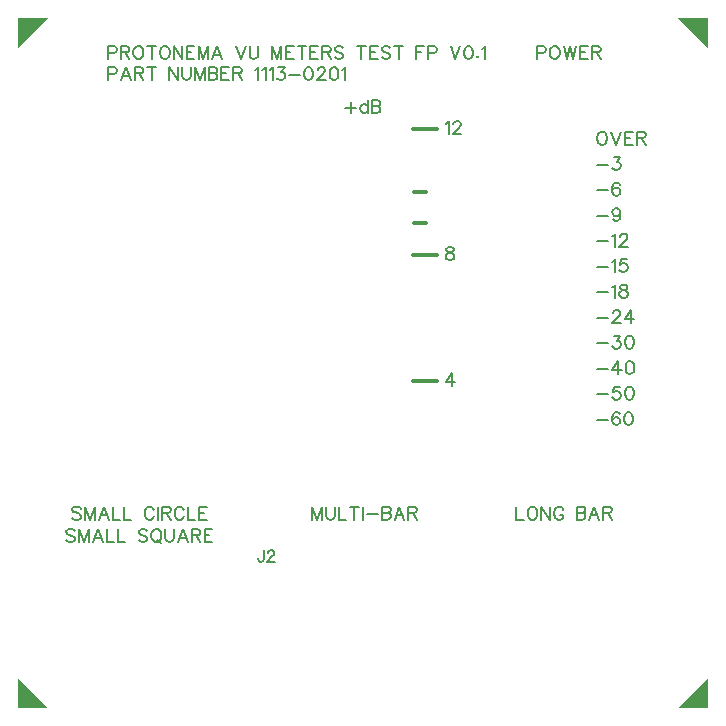
<source format=gto>
G04 Layer: TopSilkscreenLayer*
G04 EasyEDA v6.5.34, 2023-08-21 18:11:39*
G04 4ca8e21f01384ce798355673ebdf27e8,5a6b42c53f6a479593ecc07194224c93,10*
G04 Gerber Generator version 0.2*
G04 Scale: 100 percent, Rotated: No, Reflected: No *
G04 Dimensions in millimeters *
G04 leading zeros omitted , absolute positions ,4 integer and 5 decimal *
%FSLAX45Y45*%
%MOMM*%

%ADD10C,0.1524*%
%ADD11C,0.3000*%

%LPD*%
D10*
X761992Y5601759D02*
G01*
X761992Y5492539D01*
X761992Y5601759D02*
G01*
X808728Y5601759D01*
X824222Y5596425D01*
X829556Y5591345D01*
X834636Y5580931D01*
X834636Y5565437D01*
X829556Y5555023D01*
X824222Y5549689D01*
X808728Y5544609D01*
X761992Y5544609D01*
X868926Y5601759D02*
G01*
X868926Y5492539D01*
X868926Y5601759D02*
G01*
X915662Y5601759D01*
X931410Y5596425D01*
X936490Y5591345D01*
X941824Y5580931D01*
X941824Y5570517D01*
X936490Y5560103D01*
X931410Y5555023D01*
X915662Y5549689D01*
X868926Y5549689D01*
X905502Y5549689D02*
G01*
X941824Y5492539D01*
X1007102Y5601759D02*
G01*
X996942Y5596425D01*
X986528Y5586265D01*
X981194Y5575851D01*
X976114Y5560103D01*
X976114Y5534195D01*
X981194Y5518701D01*
X986528Y5508287D01*
X996942Y5497873D01*
X1007102Y5492539D01*
X1027930Y5492539D01*
X1038344Y5497873D01*
X1048758Y5508287D01*
X1054092Y5518701D01*
X1059172Y5534195D01*
X1059172Y5560103D01*
X1054092Y5575851D01*
X1048758Y5586265D01*
X1038344Y5596425D01*
X1027930Y5601759D01*
X1007102Y5601759D01*
X1129784Y5601759D02*
G01*
X1129784Y5492539D01*
X1093462Y5601759D02*
G01*
X1166106Y5601759D01*
X1231638Y5601759D02*
G01*
X1221224Y5596425D01*
X1210810Y5586265D01*
X1205730Y5575851D01*
X1200396Y5560103D01*
X1200396Y5534195D01*
X1205730Y5518701D01*
X1210810Y5508287D01*
X1221224Y5497873D01*
X1231638Y5492539D01*
X1252466Y5492539D01*
X1262880Y5497873D01*
X1273294Y5508287D01*
X1278374Y5518701D01*
X1283708Y5534195D01*
X1283708Y5560103D01*
X1278374Y5575851D01*
X1273294Y5586265D01*
X1262880Y5596425D01*
X1252466Y5601759D01*
X1231638Y5601759D01*
X1317998Y5601759D02*
G01*
X1317998Y5492539D01*
X1317998Y5601759D02*
G01*
X1390642Y5492539D01*
X1390642Y5601759D02*
G01*
X1390642Y5492539D01*
X1424932Y5601759D02*
G01*
X1424932Y5492539D01*
X1424932Y5601759D02*
G01*
X1492496Y5601759D01*
X1424932Y5549689D02*
G01*
X1466588Y5549689D01*
X1424932Y5492539D02*
G01*
X1492496Y5492539D01*
X1526786Y5601759D02*
G01*
X1526786Y5492539D01*
X1526786Y5601759D02*
G01*
X1568442Y5492539D01*
X1609844Y5601759D02*
G01*
X1568442Y5492539D01*
X1609844Y5601759D02*
G01*
X1609844Y5492539D01*
X1685790Y5601759D02*
G01*
X1644134Y5492539D01*
X1685790Y5601759D02*
G01*
X1727192Y5492539D01*
X1659882Y5529115D02*
G01*
X1711698Y5529115D01*
X1841492Y5601759D02*
G01*
X1883148Y5492539D01*
X1924804Y5601759D02*
G01*
X1883148Y5492539D01*
X1959094Y5601759D02*
G01*
X1959094Y5523781D01*
X1964174Y5508287D01*
X1974588Y5497873D01*
X1990082Y5492539D01*
X2000496Y5492539D01*
X2016244Y5497873D01*
X2026658Y5508287D01*
X2031738Y5523781D01*
X2031738Y5601759D01*
X2146038Y5601759D02*
G01*
X2146038Y5492539D01*
X2146038Y5601759D02*
G01*
X2187694Y5492539D01*
X2229096Y5601759D02*
G01*
X2187694Y5492539D01*
X2229096Y5601759D02*
G01*
X2229096Y5492539D01*
X2263386Y5601759D02*
G01*
X2263386Y5492539D01*
X2263386Y5601759D02*
G01*
X2330950Y5601759D01*
X2263386Y5549689D02*
G01*
X2305042Y5549689D01*
X2263386Y5492539D02*
G01*
X2330950Y5492539D01*
X2401562Y5601759D02*
G01*
X2401562Y5492539D01*
X2365240Y5601759D02*
G01*
X2438138Y5601759D01*
X2472428Y5601759D02*
G01*
X2472428Y5492539D01*
X2472428Y5601759D02*
G01*
X2539992Y5601759D01*
X2472428Y5549689D02*
G01*
X2513830Y5549689D01*
X2472428Y5492539D02*
G01*
X2539992Y5492539D01*
X2574282Y5601759D02*
G01*
X2574282Y5492539D01*
X2574282Y5601759D02*
G01*
X2621018Y5601759D01*
X2636512Y5596425D01*
X2641592Y5591345D01*
X2646926Y5580931D01*
X2646926Y5570517D01*
X2641592Y5560103D01*
X2636512Y5555023D01*
X2621018Y5549689D01*
X2574282Y5549689D01*
X2610604Y5549689D02*
G01*
X2646926Y5492539D01*
X2753860Y5586265D02*
G01*
X2743446Y5596425D01*
X2727952Y5601759D01*
X2707124Y5601759D01*
X2691630Y5596425D01*
X2681216Y5586265D01*
X2681216Y5575851D01*
X2686296Y5565437D01*
X2691630Y5560103D01*
X2702044Y5555023D01*
X2733032Y5544609D01*
X2743446Y5539275D01*
X2748780Y5534195D01*
X2753860Y5523781D01*
X2753860Y5508287D01*
X2743446Y5497873D01*
X2727952Y5492539D01*
X2707124Y5492539D01*
X2691630Y5497873D01*
X2681216Y5508287D01*
X2904482Y5601759D02*
G01*
X2904482Y5492539D01*
X2868160Y5601759D02*
G01*
X2941058Y5601759D01*
X2975348Y5601759D02*
G01*
X2975348Y5492539D01*
X2975348Y5601759D02*
G01*
X3042912Y5601759D01*
X2975348Y5549689D02*
G01*
X3016750Y5549689D01*
X2975348Y5492539D02*
G01*
X3042912Y5492539D01*
X3149846Y5586265D02*
G01*
X3139432Y5596425D01*
X3123938Y5601759D01*
X3103110Y5601759D01*
X3087362Y5596425D01*
X3077202Y5586265D01*
X3077202Y5575851D01*
X3082282Y5565437D01*
X3087362Y5560103D01*
X3097776Y5555023D01*
X3129018Y5544609D01*
X3139432Y5539275D01*
X3144512Y5534195D01*
X3149846Y5523781D01*
X3149846Y5508287D01*
X3139432Y5497873D01*
X3123938Y5492539D01*
X3103110Y5492539D01*
X3087362Y5497873D01*
X3077202Y5508287D01*
X3220458Y5601759D02*
G01*
X3220458Y5492539D01*
X3184136Y5601759D02*
G01*
X3256780Y5601759D01*
X3371080Y5601759D02*
G01*
X3371080Y5492539D01*
X3371080Y5601759D02*
G01*
X3438644Y5601759D01*
X3371080Y5549689D02*
G01*
X3412736Y5549689D01*
X3472934Y5601759D02*
G01*
X3472934Y5492539D01*
X3472934Y5601759D02*
G01*
X3519670Y5601759D01*
X3535418Y5596425D01*
X3540498Y5591345D01*
X3545832Y5580931D01*
X3545832Y5565437D01*
X3540498Y5555023D01*
X3535418Y5549689D01*
X3519670Y5544609D01*
X3472934Y5544609D01*
X3660132Y5601759D02*
G01*
X3701534Y5492539D01*
X3743190Y5601759D02*
G01*
X3701534Y5492539D01*
X3808722Y5601759D02*
G01*
X3792974Y5596425D01*
X3782560Y5580931D01*
X3777480Y5555023D01*
X3777480Y5539275D01*
X3782560Y5513367D01*
X3792974Y5497873D01*
X3808722Y5492539D01*
X3818882Y5492539D01*
X3834630Y5497873D01*
X3845044Y5513367D01*
X3850124Y5539275D01*
X3850124Y5555023D01*
X3845044Y5580931D01*
X3834630Y5596425D01*
X3818882Y5601759D01*
X3808722Y5601759D01*
X3889748Y5518701D02*
G01*
X3884414Y5513367D01*
X3889748Y5508287D01*
X3894828Y5513367D01*
X3889748Y5518701D01*
X3929118Y5580931D02*
G01*
X3939532Y5586265D01*
X3955026Y5601759D01*
X3955026Y5492539D01*
X761992Y5423959D02*
G01*
X761992Y5314739D01*
X761992Y5423959D02*
G01*
X808728Y5423959D01*
X824222Y5418625D01*
X829556Y5413545D01*
X834636Y5403131D01*
X834636Y5387637D01*
X829556Y5377223D01*
X824222Y5371889D01*
X808728Y5366809D01*
X761992Y5366809D01*
X910582Y5423959D02*
G01*
X868926Y5314739D01*
X910582Y5423959D02*
G01*
X952238Y5314739D01*
X884674Y5351315D02*
G01*
X936490Y5351315D01*
X986528Y5423959D02*
G01*
X986528Y5314739D01*
X986528Y5423959D02*
G01*
X1033264Y5423959D01*
X1048758Y5418625D01*
X1054092Y5413545D01*
X1059172Y5403131D01*
X1059172Y5392717D01*
X1054092Y5382303D01*
X1048758Y5377223D01*
X1033264Y5371889D01*
X986528Y5371889D01*
X1022850Y5371889D02*
G01*
X1059172Y5314739D01*
X1129784Y5423959D02*
G01*
X1129784Y5314739D01*
X1093462Y5423959D02*
G01*
X1166106Y5423959D01*
X1280406Y5423959D02*
G01*
X1280406Y5314739D01*
X1280406Y5423959D02*
G01*
X1353304Y5314739D01*
X1353304Y5423959D02*
G01*
X1353304Y5314739D01*
X1387594Y5423959D02*
G01*
X1387594Y5345981D01*
X1392674Y5330487D01*
X1403088Y5320073D01*
X1418582Y5314739D01*
X1428996Y5314739D01*
X1444744Y5320073D01*
X1455158Y5330487D01*
X1460238Y5345981D01*
X1460238Y5423959D01*
X1494528Y5423959D02*
G01*
X1494528Y5314739D01*
X1494528Y5423959D02*
G01*
X1536184Y5314739D01*
X1577586Y5423959D02*
G01*
X1536184Y5314739D01*
X1577586Y5423959D02*
G01*
X1577586Y5314739D01*
X1611876Y5423959D02*
G01*
X1611876Y5314739D01*
X1611876Y5423959D02*
G01*
X1658612Y5423959D01*
X1674360Y5418625D01*
X1679440Y5413545D01*
X1684774Y5403131D01*
X1684774Y5392717D01*
X1679440Y5382303D01*
X1674360Y5377223D01*
X1658612Y5371889D01*
X1611876Y5371889D02*
G01*
X1658612Y5371889D01*
X1674360Y5366809D01*
X1679440Y5361475D01*
X1684774Y5351315D01*
X1684774Y5335567D01*
X1679440Y5325153D01*
X1674360Y5320073D01*
X1658612Y5314739D01*
X1611876Y5314739D01*
X1719064Y5423959D02*
G01*
X1719064Y5314739D01*
X1719064Y5423959D02*
G01*
X1786628Y5423959D01*
X1719064Y5371889D02*
G01*
X1760466Y5371889D01*
X1719064Y5314739D02*
G01*
X1786628Y5314739D01*
X1820918Y5423959D02*
G01*
X1820918Y5314739D01*
X1820918Y5423959D02*
G01*
X1867654Y5423959D01*
X1883148Y5418625D01*
X1888482Y5413545D01*
X1893562Y5403131D01*
X1893562Y5392717D01*
X1888482Y5382303D01*
X1883148Y5377223D01*
X1867654Y5371889D01*
X1820918Y5371889D01*
X1857240Y5371889D02*
G01*
X1893562Y5314739D01*
X2007862Y5403131D02*
G01*
X2018276Y5408465D01*
X2033770Y5423959D01*
X2033770Y5314739D01*
X2068060Y5403131D02*
G01*
X2078474Y5408465D01*
X2094222Y5423959D01*
X2094222Y5314739D01*
X2128512Y5403131D02*
G01*
X2138672Y5408465D01*
X2154420Y5423959D01*
X2154420Y5314739D01*
X2199124Y5423959D02*
G01*
X2256274Y5423959D01*
X2225032Y5382303D01*
X2240526Y5382303D01*
X2250940Y5377223D01*
X2256274Y5371889D01*
X2261354Y5356395D01*
X2261354Y5345981D01*
X2256274Y5330487D01*
X2245860Y5320073D01*
X2230112Y5314739D01*
X2214618Y5314739D01*
X2199124Y5320073D01*
X2193790Y5325153D01*
X2188710Y5335567D01*
X2295644Y5361475D02*
G01*
X2389116Y5361475D01*
X2454648Y5423959D02*
G01*
X2439154Y5418625D01*
X2428740Y5403131D01*
X2423406Y5377223D01*
X2423406Y5361475D01*
X2428740Y5335567D01*
X2439154Y5320073D01*
X2454648Y5314739D01*
X2465062Y5314739D01*
X2480556Y5320073D01*
X2490970Y5335567D01*
X2496304Y5361475D01*
X2496304Y5377223D01*
X2490970Y5403131D01*
X2480556Y5418625D01*
X2465062Y5423959D01*
X2454648Y5423959D01*
X2535674Y5398051D02*
G01*
X2535674Y5403131D01*
X2541008Y5413545D01*
X2546088Y5418625D01*
X2556502Y5423959D01*
X2577330Y5423959D01*
X2587744Y5418625D01*
X2592824Y5413545D01*
X2598158Y5403131D01*
X2598158Y5392717D01*
X2592824Y5382303D01*
X2582410Y5366809D01*
X2530594Y5314739D01*
X2603238Y5314739D01*
X2668770Y5423959D02*
G01*
X2653022Y5418625D01*
X2642862Y5403131D01*
X2637528Y5377223D01*
X2637528Y5361475D01*
X2642862Y5335567D01*
X2653022Y5320073D01*
X2668770Y5314739D01*
X2679184Y5314739D01*
X2694678Y5320073D01*
X2705092Y5335567D01*
X2710172Y5361475D01*
X2710172Y5377223D01*
X2705092Y5403131D01*
X2694678Y5418625D01*
X2679184Y5423959D01*
X2668770Y5423959D01*
X2744462Y5403131D02*
G01*
X2754876Y5408465D01*
X2770624Y5423959D01*
X2770624Y5314739D01*
X4394192Y5601708D02*
G01*
X4394192Y5492742D01*
X4394192Y5601708D02*
G01*
X4440928Y5601708D01*
X4456422Y5596628D01*
X4461756Y5591294D01*
X4466836Y5580880D01*
X4466836Y5565386D01*
X4461756Y5554972D01*
X4456422Y5549892D01*
X4440928Y5544558D01*
X4394192Y5544558D01*
X4532368Y5601708D02*
G01*
X4521954Y5596628D01*
X4511540Y5586214D01*
X4506460Y5575800D01*
X4501126Y5560052D01*
X4501126Y5534144D01*
X4506460Y5518650D01*
X4511540Y5508236D01*
X4521954Y5497822D01*
X4532368Y5492742D01*
X4553196Y5492742D01*
X4563610Y5497822D01*
X4574024Y5508236D01*
X4579104Y5518650D01*
X4584438Y5534144D01*
X4584438Y5560052D01*
X4579104Y5575800D01*
X4574024Y5586214D01*
X4563610Y5596628D01*
X4553196Y5601708D01*
X4532368Y5601708D01*
X4618728Y5601708D02*
G01*
X4644636Y5492742D01*
X4670544Y5601708D02*
G01*
X4644636Y5492742D01*
X4670544Y5601708D02*
G01*
X4696452Y5492742D01*
X4722614Y5601708D02*
G01*
X4696452Y5492742D01*
X4756904Y5601708D02*
G01*
X4756904Y5492742D01*
X4756904Y5601708D02*
G01*
X4824468Y5601708D01*
X4756904Y5549892D02*
G01*
X4798306Y5549892D01*
X4756904Y5492742D02*
G01*
X4824468Y5492742D01*
X4858758Y5601708D02*
G01*
X4858758Y5492742D01*
X4858758Y5601708D02*
G01*
X4905494Y5601708D01*
X4920988Y5596628D01*
X4926322Y5591294D01*
X4931402Y5580880D01*
X4931402Y5570466D01*
X4926322Y5560052D01*
X4920988Y5554972D01*
X4905494Y5549892D01*
X4858758Y5549892D01*
X4895080Y5549892D02*
G01*
X4931402Y5492742D01*
X529838Y1687365D02*
G01*
X519424Y1697525D01*
X503930Y1702859D01*
X483102Y1702859D01*
X467608Y1697525D01*
X457194Y1687365D01*
X457194Y1676951D01*
X462274Y1666537D01*
X467608Y1661203D01*
X478022Y1656123D01*
X509264Y1645709D01*
X519424Y1640375D01*
X524758Y1635295D01*
X529838Y1624881D01*
X529838Y1609387D01*
X519424Y1598973D01*
X503930Y1593639D01*
X483102Y1593639D01*
X467608Y1598973D01*
X457194Y1609387D01*
X564128Y1702859D02*
G01*
X564128Y1593639D01*
X564128Y1702859D02*
G01*
X605784Y1593639D01*
X647440Y1702859D02*
G01*
X605784Y1593639D01*
X647440Y1702859D02*
G01*
X647440Y1593639D01*
X723132Y1702859D02*
G01*
X681730Y1593639D01*
X723132Y1702859D02*
G01*
X764788Y1593639D01*
X697224Y1630215D02*
G01*
X749294Y1630215D01*
X799078Y1702859D02*
G01*
X799078Y1593639D01*
X799078Y1593639D02*
G01*
X861308Y1593639D01*
X895598Y1702859D02*
G01*
X895598Y1593639D01*
X895598Y1593639D02*
G01*
X958082Y1593639D01*
X1150360Y1676951D02*
G01*
X1145026Y1687365D01*
X1134612Y1697525D01*
X1124198Y1702859D01*
X1103624Y1702859D01*
X1093210Y1697525D01*
X1082796Y1687365D01*
X1077462Y1676951D01*
X1072382Y1661203D01*
X1072382Y1635295D01*
X1077462Y1619801D01*
X1082796Y1609387D01*
X1093210Y1598973D01*
X1103624Y1593639D01*
X1124198Y1593639D01*
X1134612Y1598973D01*
X1145026Y1609387D01*
X1150360Y1619801D01*
X1184650Y1702859D02*
G01*
X1184650Y1593639D01*
X1218940Y1702859D02*
G01*
X1218940Y1593639D01*
X1218940Y1702859D02*
G01*
X1265676Y1702859D01*
X1281170Y1697525D01*
X1286504Y1692445D01*
X1291584Y1682031D01*
X1291584Y1671617D01*
X1286504Y1661203D01*
X1281170Y1656123D01*
X1265676Y1650789D01*
X1218940Y1650789D01*
X1255262Y1650789D02*
G01*
X1291584Y1593639D01*
X1403852Y1676951D02*
G01*
X1398518Y1687365D01*
X1388104Y1697525D01*
X1377944Y1702859D01*
X1357116Y1702859D01*
X1346702Y1697525D01*
X1336288Y1687365D01*
X1330954Y1676951D01*
X1325874Y1661203D01*
X1325874Y1635295D01*
X1330954Y1619801D01*
X1336288Y1609387D01*
X1346702Y1598973D01*
X1357116Y1593639D01*
X1377944Y1593639D01*
X1388104Y1598973D01*
X1398518Y1609387D01*
X1403852Y1619801D01*
X1438142Y1702859D02*
G01*
X1438142Y1593639D01*
X1438142Y1593639D02*
G01*
X1500372Y1593639D01*
X1534662Y1702859D02*
G01*
X1534662Y1593639D01*
X1534662Y1702859D02*
G01*
X1602226Y1702859D01*
X1534662Y1650789D02*
G01*
X1576318Y1650789D01*
X1534662Y1593639D02*
G01*
X1602226Y1593639D01*
X2489187Y1702859D02*
G01*
X2489187Y1593639D01*
X2489187Y1702859D02*
G01*
X2530843Y1593639D01*
X2572245Y1702859D02*
G01*
X2530843Y1593639D01*
X2572245Y1702859D02*
G01*
X2572245Y1593639D01*
X2606535Y1702859D02*
G01*
X2606535Y1624881D01*
X2611869Y1609387D01*
X2622283Y1598973D01*
X2637777Y1593639D01*
X2648191Y1593639D01*
X2663685Y1598973D01*
X2674099Y1609387D01*
X2679433Y1624881D01*
X2679433Y1702859D01*
X2713723Y1702859D02*
G01*
X2713723Y1593639D01*
X2713723Y1593639D02*
G01*
X2775953Y1593639D01*
X2846565Y1702859D02*
G01*
X2846565Y1593639D01*
X2810243Y1702859D02*
G01*
X2882887Y1702859D01*
X2917177Y1702859D02*
G01*
X2917177Y1593639D01*
X2951467Y1640375D02*
G01*
X3045193Y1640375D01*
X3079483Y1702859D02*
G01*
X3079483Y1593639D01*
X3079483Y1702859D02*
G01*
X3126219Y1702859D01*
X3141713Y1697525D01*
X3147047Y1692445D01*
X3152127Y1682031D01*
X3152127Y1671617D01*
X3147047Y1661203D01*
X3141713Y1656123D01*
X3126219Y1650789D01*
X3079483Y1650789D02*
G01*
X3126219Y1650789D01*
X3141713Y1645709D01*
X3147047Y1640375D01*
X3152127Y1630215D01*
X3152127Y1614467D01*
X3147047Y1604053D01*
X3141713Y1598973D01*
X3126219Y1593639D01*
X3079483Y1593639D01*
X3228073Y1702859D02*
G01*
X3186417Y1593639D01*
X3228073Y1702859D02*
G01*
X3269475Y1593639D01*
X3201911Y1630215D02*
G01*
X3253981Y1630215D01*
X3303765Y1702859D02*
G01*
X3303765Y1593639D01*
X3303765Y1702859D02*
G01*
X3350501Y1702859D01*
X3366249Y1697525D01*
X3371329Y1692445D01*
X3376663Y1682031D01*
X3376663Y1671617D01*
X3371329Y1661203D01*
X3366249Y1656123D01*
X3350501Y1650789D01*
X3303765Y1650789D01*
X3340087Y1650789D02*
G01*
X3376663Y1593639D01*
X4216392Y1702859D02*
G01*
X4216392Y1593639D01*
X4216392Y1593639D02*
G01*
X4278622Y1593639D01*
X4344154Y1702859D02*
G01*
X4333740Y1697525D01*
X4323326Y1687365D01*
X4318246Y1676951D01*
X4312912Y1661203D01*
X4312912Y1635295D01*
X4318246Y1619801D01*
X4323326Y1609387D01*
X4333740Y1598973D01*
X4344154Y1593639D01*
X4364982Y1593639D01*
X4375396Y1598973D01*
X4385810Y1609387D01*
X4390890Y1619801D01*
X4396224Y1635295D01*
X4396224Y1661203D01*
X4390890Y1676951D01*
X4385810Y1687365D01*
X4375396Y1697525D01*
X4364982Y1702859D01*
X4344154Y1702859D01*
X4430514Y1702859D02*
G01*
X4430514Y1593639D01*
X4430514Y1702859D02*
G01*
X4503158Y1593639D01*
X4503158Y1702859D02*
G01*
X4503158Y1593639D01*
X4615426Y1676951D02*
G01*
X4610092Y1687365D01*
X4599932Y1697525D01*
X4589518Y1702859D01*
X4568690Y1702859D01*
X4558276Y1697525D01*
X4547862Y1687365D01*
X4542782Y1676951D01*
X4537448Y1661203D01*
X4537448Y1635295D01*
X4542782Y1619801D01*
X4547862Y1609387D01*
X4558276Y1598973D01*
X4568690Y1593639D01*
X4589518Y1593639D01*
X4599932Y1598973D01*
X4610092Y1609387D01*
X4615426Y1619801D01*
X4615426Y1635295D01*
X4589518Y1635295D02*
G01*
X4615426Y1635295D01*
X4729726Y1702859D02*
G01*
X4729726Y1593639D01*
X4729726Y1702859D02*
G01*
X4776462Y1702859D01*
X4791956Y1697525D01*
X4797290Y1692445D01*
X4802370Y1682031D01*
X4802370Y1671617D01*
X4797290Y1661203D01*
X4791956Y1656123D01*
X4776462Y1650789D01*
X4729726Y1650789D02*
G01*
X4776462Y1650789D01*
X4791956Y1645709D01*
X4797290Y1640375D01*
X4802370Y1630215D01*
X4802370Y1614467D01*
X4797290Y1604053D01*
X4791956Y1598973D01*
X4776462Y1593639D01*
X4729726Y1593639D01*
X4878316Y1702859D02*
G01*
X4836660Y1593639D01*
X4878316Y1702859D02*
G01*
X4919972Y1593639D01*
X4852408Y1630215D02*
G01*
X4904224Y1630215D01*
X4954262Y1702859D02*
G01*
X4954262Y1593639D01*
X4954262Y1702859D02*
G01*
X5000998Y1702859D01*
X5016492Y1697525D01*
X5021572Y1692445D01*
X5026906Y1682031D01*
X5026906Y1671617D01*
X5021572Y1661203D01*
X5016492Y1656123D01*
X5000998Y1650789D01*
X4954262Y1650789D01*
X4990584Y1650789D02*
G01*
X5026906Y1593639D01*
X3619484Y4945931D02*
G01*
X3629898Y4951265D01*
X3645392Y4966759D01*
X3645392Y4857539D01*
X3685016Y4940851D02*
G01*
X3685016Y4945931D01*
X3690096Y4956345D01*
X3695430Y4961425D01*
X3705844Y4966759D01*
X3726418Y4966759D01*
X3736832Y4961425D01*
X3742166Y4956345D01*
X3747246Y4945931D01*
X3747246Y4935517D01*
X3742166Y4925103D01*
X3731752Y4909609D01*
X3679682Y4857539D01*
X3752580Y4857539D01*
X3645400Y3899976D02*
G01*
X3629906Y3894642D01*
X3624572Y3884228D01*
X3624572Y3874068D01*
X3629906Y3863654D01*
X3640320Y3858320D01*
X3661148Y3853240D01*
X3676642Y3847906D01*
X3687056Y3837492D01*
X3692136Y3827078D01*
X3692136Y3811584D01*
X3687056Y3801170D01*
X3681722Y3796090D01*
X3666228Y3790756D01*
X3645400Y3790756D01*
X3629906Y3796090D01*
X3624572Y3801170D01*
X3619492Y3811584D01*
X3619492Y3827078D01*
X3624572Y3837492D01*
X3634986Y3847906D01*
X3650734Y3853240D01*
X3671562Y3858320D01*
X3681722Y3863654D01*
X3687056Y3874068D01*
X3687056Y3884228D01*
X3681722Y3894642D01*
X3666228Y3899976D01*
X3645400Y3899976D01*
X3671562Y2833159D02*
G01*
X3619492Y2760515D01*
X3697470Y2760515D01*
X3671562Y2833159D02*
G01*
X3671562Y2723939D01*
X2815328Y5129065D02*
G01*
X2815328Y5035339D01*
X2768592Y5082075D02*
G01*
X2862064Y5082075D01*
X2958838Y5144559D02*
G01*
X2958838Y5035339D01*
X2958838Y5092489D02*
G01*
X2948424Y5102903D01*
X2938010Y5108237D01*
X2922262Y5108237D01*
X2912102Y5102903D01*
X2901688Y5092489D01*
X2896354Y5076995D01*
X2896354Y5066581D01*
X2901688Y5051087D01*
X2912102Y5040673D01*
X2922262Y5035339D01*
X2938010Y5035339D01*
X2948424Y5040673D01*
X2958838Y5051087D01*
X2993128Y5144559D02*
G01*
X2993128Y5035339D01*
X2993128Y5144559D02*
G01*
X3039864Y5144559D01*
X3055358Y5139225D01*
X3060692Y5134145D01*
X3065772Y5123731D01*
X3065772Y5113317D01*
X3060692Y5102903D01*
X3055358Y5097823D01*
X3039864Y5092489D01*
X2993128Y5092489D02*
G01*
X3039864Y5092489D01*
X3055358Y5087409D01*
X3060692Y5082075D01*
X3065772Y5071915D01*
X3065772Y5056167D01*
X3060692Y5045753D01*
X3055358Y5040673D01*
X3039864Y5035339D01*
X2993128Y5035339D01*
X4933434Y4877859D02*
G01*
X4923020Y4872525D01*
X4912606Y4862365D01*
X4907272Y4851951D01*
X4902192Y4836203D01*
X4902192Y4810295D01*
X4907272Y4794801D01*
X4912606Y4784387D01*
X4923020Y4773973D01*
X4933434Y4768639D01*
X4954262Y4768639D01*
X4964422Y4773973D01*
X4974836Y4784387D01*
X4980170Y4794801D01*
X4985250Y4810295D01*
X4985250Y4836203D01*
X4980170Y4851951D01*
X4974836Y4862365D01*
X4964422Y4872525D01*
X4954262Y4877859D01*
X4933434Y4877859D01*
X5019540Y4877859D02*
G01*
X5061196Y4768639D01*
X5102852Y4877859D02*
G01*
X5061196Y4768639D01*
X5137142Y4877859D02*
G01*
X5137142Y4768639D01*
X5137142Y4877859D02*
G01*
X5204452Y4877859D01*
X5137142Y4825789D02*
G01*
X5178544Y4825789D01*
X5137142Y4768639D02*
G01*
X5204452Y4768639D01*
X5238742Y4877859D02*
G01*
X5238742Y4768639D01*
X5238742Y4877859D02*
G01*
X5285732Y4877859D01*
X5301226Y4872525D01*
X5306306Y4867445D01*
X5311640Y4857031D01*
X5311640Y4846617D01*
X5306306Y4836203D01*
X5301226Y4831123D01*
X5285732Y4825789D01*
X5238742Y4825789D01*
X5275318Y4825789D02*
G01*
X5311640Y4768639D01*
X4902192Y4599475D02*
G01*
X4995664Y4599475D01*
X5040368Y4661959D02*
G01*
X5097518Y4661959D01*
X5066276Y4620303D01*
X5082024Y4620303D01*
X5092438Y4615223D01*
X5097518Y4609889D01*
X5102852Y4594395D01*
X5102852Y4583981D01*
X5097518Y4568487D01*
X5087104Y4558073D01*
X5071610Y4552739D01*
X5055862Y4552739D01*
X5040368Y4558073D01*
X5035288Y4563153D01*
X5029954Y4573567D01*
X4902192Y4383575D02*
G01*
X4995664Y4383575D01*
X5092438Y4430565D02*
G01*
X5087104Y4440725D01*
X5071610Y4446059D01*
X5061196Y4446059D01*
X5045702Y4440725D01*
X5035288Y4425231D01*
X5029954Y4399323D01*
X5029954Y4373415D01*
X5035288Y4352587D01*
X5045702Y4342173D01*
X5061196Y4336839D01*
X5066276Y4336839D01*
X5082024Y4342173D01*
X5092438Y4352587D01*
X5097518Y4368081D01*
X5097518Y4373415D01*
X5092438Y4388909D01*
X5082024Y4399323D01*
X5066276Y4404403D01*
X5061196Y4404403D01*
X5045702Y4399323D01*
X5035288Y4388909D01*
X5029954Y4373415D01*
X4902192Y4167675D02*
G01*
X4995664Y4167675D01*
X5097518Y4193837D02*
G01*
X5092438Y4178089D01*
X5082024Y4167675D01*
X5066276Y4162595D01*
X5061196Y4162595D01*
X5045702Y4167675D01*
X5035288Y4178089D01*
X5029954Y4193837D01*
X5029954Y4198917D01*
X5035288Y4214665D01*
X5045702Y4224825D01*
X5061196Y4230159D01*
X5066276Y4230159D01*
X5082024Y4224825D01*
X5092438Y4214665D01*
X5097518Y4193837D01*
X5097518Y4167675D01*
X5092438Y4141767D01*
X5082024Y4126273D01*
X5066276Y4120939D01*
X5055862Y4120939D01*
X5040368Y4126273D01*
X5035288Y4136687D01*
X4902192Y3951775D02*
G01*
X4995664Y3951775D01*
X5029954Y3993431D02*
G01*
X5040368Y3998765D01*
X5055862Y4014259D01*
X5055862Y3905039D01*
X5095486Y3988351D02*
G01*
X5095486Y3993431D01*
X5100566Y4003845D01*
X5105900Y4008925D01*
X5116314Y4014259D01*
X5137142Y4014259D01*
X5147302Y4008925D01*
X5152636Y4003845D01*
X5157716Y3993431D01*
X5157716Y3983017D01*
X5152636Y3972603D01*
X5142222Y3957109D01*
X5090152Y3905039D01*
X5163050Y3905039D01*
X4902192Y3735875D02*
G01*
X4995664Y3735875D01*
X5029954Y3777531D02*
G01*
X5040368Y3782865D01*
X5055862Y3798359D01*
X5055862Y3689139D01*
X5152636Y3798359D02*
G01*
X5100566Y3798359D01*
X5095486Y3751623D01*
X5100566Y3756703D01*
X5116314Y3762037D01*
X5131808Y3762037D01*
X5147302Y3756703D01*
X5157716Y3746289D01*
X5163050Y3730795D01*
X5163050Y3720381D01*
X5157716Y3704887D01*
X5147302Y3694473D01*
X5131808Y3689139D01*
X5116314Y3689139D01*
X5100566Y3694473D01*
X5095486Y3699553D01*
X5090152Y3709967D01*
X4902192Y3519975D02*
G01*
X4995664Y3519975D01*
X5029954Y3561631D02*
G01*
X5040368Y3566965D01*
X5055862Y3582459D01*
X5055862Y3473239D01*
X5116314Y3582459D02*
G01*
X5100566Y3577125D01*
X5095486Y3566965D01*
X5095486Y3556551D01*
X5100566Y3546137D01*
X5110980Y3540803D01*
X5131808Y3535723D01*
X5147302Y3530389D01*
X5157716Y3519975D01*
X5163050Y3509815D01*
X5163050Y3494067D01*
X5157716Y3483653D01*
X5152636Y3478573D01*
X5137142Y3473239D01*
X5116314Y3473239D01*
X5100566Y3478573D01*
X5095486Y3483653D01*
X5090152Y3494067D01*
X5090152Y3509815D01*
X5095486Y3519975D01*
X5105900Y3530389D01*
X5121394Y3535723D01*
X5142222Y3540803D01*
X5152636Y3546137D01*
X5157716Y3556551D01*
X5157716Y3566965D01*
X5152636Y3577125D01*
X5137142Y3582459D01*
X5116314Y3582459D01*
X4902192Y3304075D02*
G01*
X4995664Y3304075D01*
X5035288Y3340651D02*
G01*
X5035288Y3345731D01*
X5040368Y3356145D01*
X5045702Y3361225D01*
X5055862Y3366559D01*
X5076690Y3366559D01*
X5087104Y3361225D01*
X5092438Y3356145D01*
X5097518Y3345731D01*
X5097518Y3335317D01*
X5092438Y3324903D01*
X5082024Y3309409D01*
X5029954Y3257339D01*
X5102852Y3257339D01*
X5188958Y3366559D02*
G01*
X5137142Y3293915D01*
X5214866Y3293915D01*
X5188958Y3366559D02*
G01*
X5188958Y3257339D01*
X4902192Y3088175D02*
G01*
X4995664Y3088175D01*
X5040368Y3150659D02*
G01*
X5097518Y3150659D01*
X5066276Y3109003D01*
X5082024Y3109003D01*
X5092438Y3103923D01*
X5097518Y3098589D01*
X5102852Y3083095D01*
X5102852Y3072681D01*
X5097518Y3057187D01*
X5087104Y3046773D01*
X5071610Y3041439D01*
X5055862Y3041439D01*
X5040368Y3046773D01*
X5035288Y3051853D01*
X5029954Y3062267D01*
X5168130Y3150659D02*
G01*
X5152636Y3145325D01*
X5142222Y3129831D01*
X5137142Y3103923D01*
X5137142Y3088175D01*
X5142222Y3062267D01*
X5152636Y3046773D01*
X5168130Y3041439D01*
X5178544Y3041439D01*
X5194292Y3046773D01*
X5204452Y3062267D01*
X5209786Y3088175D01*
X5209786Y3103923D01*
X5204452Y3129831D01*
X5194292Y3145325D01*
X5178544Y3150659D01*
X5168130Y3150659D01*
X4902192Y2872275D02*
G01*
X4995664Y2872275D01*
X5082024Y2934759D02*
G01*
X5029954Y2862115D01*
X5107932Y2862115D01*
X5082024Y2934759D02*
G01*
X5082024Y2825539D01*
X5173464Y2934759D02*
G01*
X5157716Y2929425D01*
X5147302Y2913931D01*
X5142222Y2888023D01*
X5142222Y2872275D01*
X5147302Y2846367D01*
X5157716Y2830873D01*
X5173464Y2825539D01*
X5183878Y2825539D01*
X5199372Y2830873D01*
X5209786Y2846367D01*
X5214866Y2872275D01*
X5214866Y2888023D01*
X5209786Y2913931D01*
X5199372Y2929425D01*
X5183878Y2934759D01*
X5173464Y2934759D01*
X4902192Y2656375D02*
G01*
X4995664Y2656375D01*
X5092438Y2718859D02*
G01*
X5040368Y2718859D01*
X5035288Y2672123D01*
X5040368Y2677203D01*
X5055862Y2682537D01*
X5071610Y2682537D01*
X5087104Y2677203D01*
X5097518Y2666789D01*
X5102852Y2651295D01*
X5102852Y2640881D01*
X5097518Y2625387D01*
X5087104Y2614973D01*
X5071610Y2609639D01*
X5055862Y2609639D01*
X5040368Y2614973D01*
X5035288Y2620053D01*
X5029954Y2630467D01*
X5168130Y2718859D02*
G01*
X5152636Y2713525D01*
X5142222Y2698031D01*
X5137142Y2672123D01*
X5137142Y2656375D01*
X5142222Y2630467D01*
X5152636Y2614973D01*
X5168130Y2609639D01*
X5178544Y2609639D01*
X5194292Y2614973D01*
X5204452Y2630467D01*
X5209786Y2656375D01*
X5209786Y2672123D01*
X5204452Y2698031D01*
X5194292Y2713525D01*
X5178544Y2718859D01*
X5168130Y2718859D01*
X4902192Y2440475D02*
G01*
X4995664Y2440475D01*
X5092438Y2487465D02*
G01*
X5087104Y2497625D01*
X5071610Y2502959D01*
X5061196Y2502959D01*
X5045702Y2497625D01*
X5035288Y2482131D01*
X5029954Y2456223D01*
X5029954Y2430315D01*
X5035288Y2409487D01*
X5045702Y2399073D01*
X5061196Y2393739D01*
X5066276Y2393739D01*
X5082024Y2399073D01*
X5092438Y2409487D01*
X5097518Y2424981D01*
X5097518Y2430315D01*
X5092438Y2445809D01*
X5082024Y2456223D01*
X5066276Y2461303D01*
X5061196Y2461303D01*
X5045702Y2456223D01*
X5035288Y2445809D01*
X5029954Y2430315D01*
X5163050Y2502959D02*
G01*
X5147302Y2497625D01*
X5137142Y2482131D01*
X5131808Y2456223D01*
X5131808Y2440475D01*
X5137142Y2414567D01*
X5147302Y2399073D01*
X5163050Y2393739D01*
X5173464Y2393739D01*
X5188958Y2399073D01*
X5199372Y2414567D01*
X5204452Y2440475D01*
X5204452Y2456223D01*
X5199372Y2482131D01*
X5188958Y2497625D01*
X5173464Y2502959D01*
X5163050Y2502959D01*
X479036Y1496865D02*
G01*
X468622Y1507025D01*
X453128Y1512359D01*
X432300Y1512359D01*
X416806Y1507025D01*
X406392Y1496865D01*
X406392Y1486451D01*
X411472Y1476037D01*
X416806Y1470703D01*
X427220Y1465623D01*
X458462Y1455209D01*
X468622Y1449875D01*
X473956Y1444795D01*
X479036Y1434381D01*
X479036Y1418887D01*
X468622Y1408473D01*
X453128Y1403139D01*
X432300Y1403139D01*
X416806Y1408473D01*
X406392Y1418887D01*
X513326Y1512359D02*
G01*
X513326Y1403139D01*
X513326Y1512359D02*
G01*
X554982Y1403139D01*
X596638Y1512359D02*
G01*
X554982Y1403139D01*
X596638Y1512359D02*
G01*
X596638Y1403139D01*
X672330Y1512359D02*
G01*
X630928Y1403139D01*
X672330Y1512359D02*
G01*
X713986Y1403139D01*
X646422Y1439715D02*
G01*
X698492Y1439715D01*
X748276Y1512359D02*
G01*
X748276Y1403139D01*
X748276Y1403139D02*
G01*
X810506Y1403139D01*
X844796Y1512359D02*
G01*
X844796Y1403139D01*
X844796Y1403139D02*
G01*
X907280Y1403139D01*
X1094224Y1496865D02*
G01*
X1083810Y1507025D01*
X1068316Y1512359D01*
X1047488Y1512359D01*
X1031994Y1507025D01*
X1021580Y1496865D01*
X1021580Y1486451D01*
X1026660Y1476037D01*
X1031994Y1470703D01*
X1042408Y1465623D01*
X1073396Y1455209D01*
X1083810Y1449875D01*
X1089144Y1444795D01*
X1094224Y1434381D01*
X1094224Y1418887D01*
X1083810Y1408473D01*
X1068316Y1403139D01*
X1047488Y1403139D01*
X1031994Y1408473D01*
X1021580Y1418887D01*
X1159756Y1512359D02*
G01*
X1149342Y1507025D01*
X1138928Y1496865D01*
X1133848Y1486451D01*
X1128514Y1470703D01*
X1128514Y1444795D01*
X1133848Y1429301D01*
X1138928Y1418887D01*
X1149342Y1408473D01*
X1159756Y1403139D01*
X1180584Y1403139D01*
X1190998Y1408473D01*
X1201412Y1418887D01*
X1206492Y1429301D01*
X1211572Y1444795D01*
X1211572Y1470703D01*
X1206492Y1486451D01*
X1201412Y1496865D01*
X1190998Y1507025D01*
X1180584Y1512359D01*
X1159756Y1512359D01*
X1175250Y1423967D02*
G01*
X1206492Y1392725D01*
X1245862Y1512359D02*
G01*
X1245862Y1434381D01*
X1251196Y1418887D01*
X1261610Y1408473D01*
X1277104Y1403139D01*
X1287518Y1403139D01*
X1303012Y1408473D01*
X1313426Y1418887D01*
X1318760Y1434381D01*
X1318760Y1512359D01*
X1394452Y1512359D02*
G01*
X1353050Y1403139D01*
X1394452Y1512359D02*
G01*
X1436108Y1403139D01*
X1368544Y1439715D02*
G01*
X1420614Y1439715D01*
X1470398Y1512359D02*
G01*
X1470398Y1403139D01*
X1470398Y1512359D02*
G01*
X1517134Y1512359D01*
X1532882Y1507025D01*
X1537962Y1501945D01*
X1543042Y1491531D01*
X1543042Y1481117D01*
X1537962Y1470703D01*
X1532882Y1465623D01*
X1517134Y1460289D01*
X1470398Y1460289D01*
X1506720Y1460289D02*
G01*
X1543042Y1403139D01*
X1577332Y1512359D02*
G01*
X1577332Y1403139D01*
X1577332Y1512359D02*
G01*
X1644896Y1512359D01*
X1577332Y1460289D02*
G01*
X1618988Y1460289D01*
X1577332Y1403139D02*
G01*
X1644896Y1403139D01*
X2077471Y1332755D02*
G01*
X2077471Y1260109D01*
X2072899Y1246393D01*
X2068327Y1241823D01*
X2059183Y1237249D01*
X2050293Y1237249D01*
X2041149Y1241823D01*
X2036577Y1246393D01*
X2032005Y1260109D01*
X2032005Y1269255D01*
X2112015Y1310147D02*
G01*
X2112015Y1314721D01*
X2116587Y1323609D01*
X2121159Y1328181D01*
X2130303Y1332755D01*
X2148337Y1332755D01*
X2157481Y1328181D01*
X2162053Y1323609D01*
X2166625Y1314721D01*
X2166625Y1305577D01*
X2162053Y1296431D01*
X2152909Y1282715D01*
X2107443Y1237249D01*
X2171197Y1237249D01*
G36*
X0Y5842000D02*
G01*
X0Y5588000D01*
X254000Y5842000D01*
G37*
G36*
X0Y254000D02*
G01*
X0Y0D01*
X254000Y0D01*
G37*
G36*
X5842000Y254000D02*
G01*
X5588000Y0D01*
X5842000Y0D01*
G37*
G36*
X5588000Y5842000D02*
G01*
X5842000Y5588000D01*
X5842000Y5842000D01*
G37*
D11*
X3340092Y4902189D02*
G01*
X3543292Y4902189D01*
X3340092Y3835392D02*
G01*
X3543292Y3835392D01*
X3340092Y2768594D02*
G01*
X3543292Y2768594D01*
X3352792Y4102092D02*
G01*
X3454392Y4102092D01*
X3352792Y4368792D02*
G01*
X3454392Y4368792D01*
M02*

</source>
